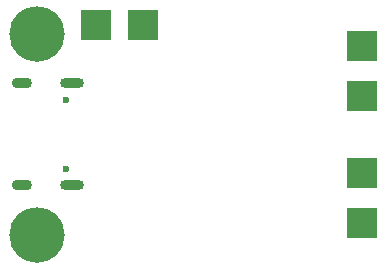
<source format=gbr>
%TF.GenerationSoftware,KiCad,Pcbnew,5.1.12-84ad8e8a86~92~ubuntu20.04.1*%
%TF.CreationDate,2023-03-19T01:12:36+01:00*%
%TF.ProjectId,tp5000_charger,74703530-3030-45f6-9368-61726765722e,rev?*%
%TF.SameCoordinates,Original*%
%TF.FileFunction,Soldermask,Bot*%
%TF.FilePolarity,Negative*%
%FSLAX46Y46*%
G04 Gerber Fmt 4.6, Leading zero omitted, Abs format (unit mm)*
G04 Created by KiCad (PCBNEW 5.1.12-84ad8e8a86~92~ubuntu20.04.1) date 2023-03-19 01:12:36*
%MOMM*%
%LPD*%
G01*
G04 APERTURE LIST*
%ADD10R,2.500000X2.500000*%
%ADD11C,4.700000*%
%ADD12O,2.000000X0.900000*%
%ADD13O,1.700000X0.900000*%
%ADD14C,0.600000*%
G04 APERTURE END LIST*
D10*
%TO.C,J2*%
X113750000Y-128500000D03*
%TD*%
%TO.C,J6*%
X113750000Y-124250000D03*
%TD*%
D11*
%TO.C,H2*%
X86250000Y-129500000D03*
%TD*%
D12*
%TO.C,J7*%
X89180000Y-116680000D03*
X89180000Y-125320000D03*
D13*
X85010000Y-116680000D03*
X85010000Y-125320000D03*
D14*
X88700000Y-123890000D03*
X88700000Y-118110000D03*
%TD*%
D11*
%TO.C,H1*%
X86250000Y-112500000D03*
%TD*%
D10*
%TO.C,J1*%
X91250000Y-111750000D03*
%TD*%
%TO.C,J3*%
X113750000Y-113500000D03*
%TD*%
%TO.C,J4*%
X95250000Y-111750000D03*
%TD*%
%TO.C,J5*%
X113750000Y-117750000D03*
%TD*%
M02*

</source>
